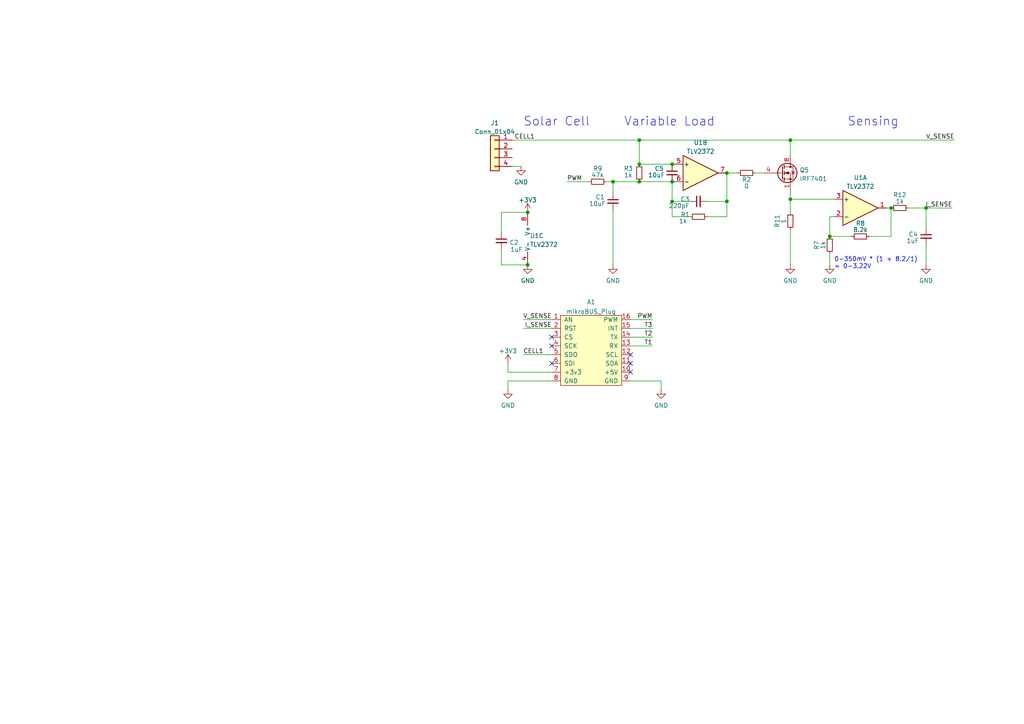
<source format=kicad_sch>
(kicad_sch (version 20211123) (generator eeschema)
  (paper "A4")
  (title_block (title "Seaque Solar Test") (date "2022-02-12"))
  (lib_symbols
    (symbol "Amplifier_Operational:TLV2372" (pin_names (offset 0.127))
      (property "Reference" "U" (at 0 5.08 0))
      (property "Value" "TLV2372" (at 0 -5.08 0))
      (symbol "TLV2372_1_1"
        (polyline (pts (xy -5.08 5.08) (xy 5.08 0) (xy -5.08 -5.08) (xy -5.08 5.08)) (stroke (width 0.254)) (fill (type background)))
        (pin output line (at 7.62 0 180) (length 2.54) (name "~") (number "1"))
        (pin input line (at -7.62 -2.54 0) (length 2.54) (name "-") (number "2"))
        (pin input line (at -7.62 2.54 0) (length 2.54) (name "+") (number "3"))
      )
      (symbol "TLV2372_2_1"
        (polyline (pts (xy -5.08 5.08) (xy 5.08 0) (xy -5.08 -5.08) (xy -5.08 5.08)) (stroke (width 0.254)) (fill (type background)))
        (pin input line (at -7.62 2.54 0) (length 2.54) (name "+") (number "5"))
        (pin input line (at -7.62 -2.54 0) (length 2.54) (name "-") (number "6"))
        (pin output line (at 7.62 0 180) (length 2.54) (name "~") (number "7"))
      )
      (symbol "TLV2372_3_1"
        (pin power_in line (at -2.54 -7.62 90) (length 3.81) (name "V-") (number "4"))
        (pin power_in line (at -2.54 7.62 270) (length 3.81) (name "V+") (number "8"))
      )
    )
    (symbol "Connector_Generic:Conn_01x04" (pin_names (offset 1.016) hide)
      (property "Reference" "J" (at 0 5.08 0))
      (property "Value" "Conn_01x04" (at 0 -7.62 0))
      (symbol "Conn_01x04_1_1"
        (rectangle (start -1.27 -4.953) (end 0 -5.207) (stroke (width 0.1524)))
        (rectangle (start -1.27 -2.413) (end 0 -2.667) (stroke (width 0.1524)))
        (rectangle (start -1.27 0.127) (end 0 -0.127) (stroke (width 0.1524)))
        (rectangle (start -1.27 2.667) (end 0 2.413) (stroke (width 0.1524)))
        (rectangle (start -1.27 3.81) (end 1.27 -6.35) (stroke (width 0.254)) (fill (type background)))
        (pin passive line (at -5.08 2.54 0) (length 3.81) (name "Pin_1") (number "1"))
        (pin passive line (at -5.08 0 0) (length 3.81) (name "Pin_2") (number "2"))
        (pin passive line (at -5.08 -2.54 0) (length 3.81) (name "Pin_3") (number "3"))
        (pin passive line (at -5.08 -5.08 0) (length 3.81) (name "Pin_4") (number "4"))
      )
    )
    (symbol "Device:C_Small" (pin_numbers hide) (pin_names (offset 0.254) hide)
      (property "Reference" "C" (at 0.254 1.778 0))
      (property "Value" "C_Small" (at 0.254 -2.032 0))
      (symbol "C_Small_0_1"
        (polyline (pts (xy -1.524 -0.508) (xy 1.524 -0.508)) (stroke (width 0.3302)))
        (polyline (pts (xy -1.524 0.508) (xy 1.524 0.508)) (stroke (width 0.3048)))
      )
      (symbol "C_Small_1_1"
        (pin passive line (at 0 2.54 270) (length 2.032) (name "~") (number "1"))
        (pin passive line (at 0 -2.54 90) (length 2.032) (name "~") (number "2"))
      )
    )
    (symbol "Device:R_Small" (pin_numbers hide) (pin_names (offset 0.254) hide)
      (property "Reference" "R" (at 0.762 0.508 0))
      (property "Value" "R_Small" (at 0.762 -1.016 0))
      (symbol "R_Small_0_1"
        (rectangle (start -0.762 1.778) (end 0.762 -1.778) (stroke (width 0.2032)))
      )
      (symbol "R_Small_1_1"
        (pin passive line (at 0 2.54 270) (length 0.762) (name "~") (number "1"))
        (pin passive line (at 0 -2.54 90) (length 0.762) (name "~") (number "2"))
      )
    )
    (symbol "Transistor_FET:IRF7403" (pin_names hide)
      (property "Reference" "Q" (at 5.08 2.54 0))
      (property "Value" "IRF7403" (at 5.08 0 0))
      (symbol "IRF7403_0_1"
        (polyline (pts (xy 0.254 0) (xy -2.54 0)))
        (polyline (pts (xy 0.254 1.905) (xy 0.254 -1.905)) (stroke (width 0.254)))
        (polyline (pts (xy 0.762 -1.27) (xy 0.762 -2.286)) (stroke (width 0.254)))
        (polyline (pts (xy 0.762 0.508) (xy 0.762 -0.508)) (stroke (width 0.254)))
        (polyline (pts (xy 0.762 2.286) (xy 0.762 1.27)) (stroke (width 0.254)))
        (polyline (pts (xy 2.54 2.54) (xy 2.54 1.778)))
        (polyline (pts (xy 2.54 -2.54) (xy 2.54 0) (xy 0.762 0)))
        (polyline (pts (xy 0.762 -1.778) (xy 3.302 -1.778) (xy 3.302 1.778) (xy 0.762 1.778)))
        (polyline (pts (xy 1.016 0) (xy 2.032 0.381) (xy 2.032 -0.381) (xy 1.016 0)) (fill (type outline)))
        (polyline (pts (xy 2.794 0.508) (xy 2.921 0.381) (xy 3.683 0.381) (xy 3.81 0.254)))
        (polyline (pts (xy 3.302 0.381) (xy 2.921 -0.254) (xy 3.683 -0.254) (xy 3.302 0.381)))
        (circle (center 1.651 0) (radius 2.794) (stroke (width 0.254)))
        (circle (center 2.54 -1.778) (radius 0.254) (fill (type outline)))
        (circle (center 2.54 1.778) (radius 0.254) (fill (type outline)))
      )
      (symbol "IRF7403_1_1"
        (pin passive line (at 2.54 -5.08 90) (length 2.54) (name "S") (number "1"))
        (pin passive line (at 2.54 -5.08 90) (length 2.54) hide (name "S") (number "2"))
        (pin passive line (at 2.54 -5.08 90) (length 2.54) hide (name "S") (number "3"))
        (pin input line (at -5.08 0 0) (length 2.54) (name "G") (number "4"))
        (pin passive line (at 2.54 5.08 270) (length 2.54) hide (name "D") (number "5"))
        (pin passive line (at 2.54 5.08 270) (length 2.54) hide (name "D") (number "6"))
        (pin passive line (at 2.54 5.08 270) (length 2.54) hide (name "D") (number "7"))
        (pin passive line (at 2.54 5.08 270) (length 2.54) (name "D") (number "8"))
      )
    )
    (symbol "libmikro:mikroBUS_Plug" (pin_names (offset 1.016))
      (property "Reference" "A" (at 0 11.43 0))
      (property "Value" "mikroBUS_Plug" (at 0 -11.43 0))
      (symbol "mikroBUS_Plug_0_1"
        (rectangle (start -8.89 10.16) (end 8.89 -10.16) (fill (type background)))
      )
      (symbol "mikroBUS_Plug_1_1"
        (pin bidirectional line (at -11.43 8.89 0) (length 2.54) (name "AN") (number "1"))
        (pin bidirectional line (at 11.43 -6.35 180) (length 2.54) (name "+5V") (number "10"))
        (pin bidirectional line (at 11.43 -3.81 180) (length 2.54) (name "SDA") (number "11"))
        (pin bidirectional line (at 11.43 -1.27 180) (length 2.54) (name "SCL") (number "12"))
        (pin bidirectional line (at 11.43 1.27 180) (length 2.54) (name "RX") (number "13"))
        (pin bidirectional line (at 11.43 3.81 180) (length 2.54) (name "TX") (number "14"))
        (pin bidirectional line (at 11.43 6.35 180) (length 2.54) (name "INT") (number "15"))
        (pin bidirectional line (at 11.43 8.89 180) (length 2.54) (name "PWM") (number "16"))
        (pin bidirectional line (at -11.43 6.35 0) (length 2.54) (name "RST") (number "2"))
        (pin bidirectional line (at -11.43 3.81 0) (length 2.54) (name "CS") (number "3"))
        (pin bidirectional line (at -11.43 1.27 0) (length 2.54) (name "SCK") (number "4"))
        (pin bidirectional line (at -11.43 -1.27 0) (length 2.54) (name "SDO") (number "5"))
        (pin bidirectional line (at -11.43 -3.81 0) (length 2.54) (name "SDI") (number "6"))
        (pin bidirectional line (at -11.43 -6.35 0) (length 2.54) (name "+3v3") (number "7"))
        (pin bidirectional line (at -11.43 -8.89 0) (length 2.54) (name "GND") (number "8"))
        (pin bidirectional line (at 11.43 -8.89 180) (length 2.54) (name "GND") (number "9"))
      )
    )
    (symbol "power:+3.3V" (power) (pin_names (offset 0))
      (property "Value" "+3.3V" (at 0 3.556 0))
      (symbol "+3.3V_0_1"
        (polyline (pts (xy -0.762 1.27) (xy 0 2.54)))
        (polyline (pts (xy 0 0) (xy 0 2.54)))
        (polyline (pts (xy 0 2.54) (xy 0.762 1.27)))
      )
      (symbol "+3.3V_1_1"
        (pin power_in line (at 0 0 90) (length 0) hide (name "+3V3") (number "1"))
      )
    )
    (symbol "power:GND" (power) (pin_names (offset 0))
      (property "Value" "GND" (at 0 -3.81 0))
      (symbol "GND_0_1"
        (polyline (pts (xy 0 0) (xy 0 -1.27) (xy 1.27 -1.27) (xy 0 -2.54) (xy -1.27 -1.27) (xy 0 -1.27)))
      )
      (symbol "GND_1_1"
        (pin power_in line (at 0 0 270) (length 0) hide (name "GND") (number "1"))
      )
    )
  )
  (junction (at 194.945 52.705))
  (junction (at 229.235 40.64))
  (junction (at 185.42 40.64))
  (junction (at 185.42 52.705))
  (junction (at 153.035 61.595))
  (junction (at 210.82 50.165))
  (junction (at 185.42 47.625))
  (junction (at 194.945 58.42))
  (junction (at 194.945 47.625))
  (junction (at 229.235 57.785))
  (junction (at 210.82 58.42))
  (junction (at 153.035 76.835))
  (junction (at 177.8 52.705))
  (junction (at 268.605 60.325))
  (junction (at 258.445 60.325))
  (junction (at 240.665 68.58))
  (no_connect (at 182.88 107.95))
  (no_connect (at 160.02 100.33))
  (no_connect (at 182.88 105.41))
  (no_connect (at 160.02 105.41))
  (no_connect (at 182.88 102.87))
  (no_connect (at 160.02 97.79))
  (wire (pts (xy 258.445 68.58) (xy 258.445 60.325)))
  (wire (pts (xy 177.8 60.96) (xy 177.8 76.835)))
  (wire (pts (xy 151.765 95.25) (xy 160.02 95.25)))
  (wire (pts (xy 229.235 57.785) (xy 229.235 61.595)))
  (wire (pts (xy 257.175 60.325) (xy 258.445 60.325)))
  (wire (pts (xy 240.665 68.58) (xy 247.015 68.58)))
  (wire (pts (xy 229.235 55.245) (xy 229.235 57.785)))
  (wire (pts (xy 194.945 62.865) (xy 194.945 58.42)))
  (wire (pts (xy 210.82 50.165) (xy 213.995 50.165)))
  (wire (pts (xy 205.105 58.42) (xy 210.82 58.42)))
  (wire (pts (xy 177.8 52.705) (xy 177.8 55.88)))
  (wire (pts (xy 205.105 62.865) (xy 210.82 62.865)))
  (wire (pts (xy 200.025 62.865) (xy 194.945 62.865)))
  (wire (pts (xy 219.075 50.165) (xy 221.615 50.165)))
  (wire (pts (xy 147.32 105.41) (xy 147.32 107.95)))
  (wire (pts (xy 263.525 60.325) (xy 268.605 60.325)))
  (wire (pts (xy 210.82 58.42) (xy 210.82 50.165)))
  (wire (pts (xy 229.235 66.675) (xy 229.235 76.835)))
  (wire (pts (xy 191.77 110.49) (xy 191.77 113.03)))
  (wire (pts (xy 194.945 58.42) (xy 194.945 52.705)))
  (wire (pts (xy 148.59 40.64) (xy 185.42 40.64)))
  (wire (pts (xy 145.415 76.835) (xy 145.415 72.39)))
  (wire (pts (xy 200.025 58.42) (xy 194.945 58.42)))
  (wire (pts (xy 151.765 102.87) (xy 160.02 102.87)))
  (wire (pts (xy 185.42 40.64) (xy 229.235 40.64)))
  (wire (pts (xy 182.88 110.49) (xy 191.77 110.49)))
  (wire (pts (xy 229.235 40.64) (xy 229.235 45.085)))
  (wire (pts (xy 229.235 40.64) (xy 276.86 40.64)))
  (wire (pts (xy 240.665 62.865) (xy 241.935 62.865)))
  (wire (pts (xy 252.095 68.58) (xy 258.445 68.58)))
  (wire (pts (xy 268.605 60.325) (xy 276.225 60.325)))
  (wire (pts (xy 241.935 57.785) (xy 229.235 57.785)))
  (wire (pts (xy 175.895 52.705) (xy 177.8 52.705)))
  (wire (pts (xy 164.465 52.705) (xy 170.815 52.705)))
  (wire (pts (xy 153.035 76.835) (xy 145.415 76.835)))
  (wire (pts (xy 240.665 73.66) (xy 240.665 76.835)))
  (wire (pts (xy 195.58 47.625) (xy 194.945 47.625)))
  (wire (pts (xy 145.415 67.31) (xy 145.415 61.595)))
  (wire (pts (xy 148.59 48.26) (xy 151.13 48.26)))
  (wire (pts (xy 194.945 52.705) (xy 195.58 52.705)))
  (wire (pts (xy 151.765 92.71) (xy 160.02 92.71)))
  (wire (pts (xy 185.42 47.625) (xy 194.945 47.625)))
  (wire (pts (xy 185.42 52.705) (xy 194.945 52.705)))
  (wire (pts (xy 182.88 92.71) (xy 189.23 92.71)))
  (wire (pts (xy 210.82 62.865) (xy 210.82 58.42)))
  (wire (pts (xy 147.32 113.03) (xy 147.32 110.49)))
  (wire (pts (xy 240.665 68.58) (xy 240.665 62.865)))
  (wire (pts (xy 177.8 52.705) (xy 185.42 52.705)))
  (wire (pts (xy 147.32 110.49) (xy 160.02 110.49)))
  (wire (pts (xy 185.42 40.64) (xy 185.42 47.625)))
  (wire (pts (xy 268.605 60.325) (xy 268.605 66.04)))
  (wire (pts (xy 268.605 71.12) (xy 268.605 76.835)))
  (wire (pts (xy 145.415 61.595) (xy 153.035 61.595)))
  (wire (pts (xy 182.88 100.33) (xy 189.23 100.33)))
  (wire (pts (xy 182.88 97.79) (xy 189.23 97.79)))
  (wire (pts (xy 147.32 107.95) (xy 160.02 107.95)))
  (wire (pts (xy 182.88 95.25) (xy 189.23 95.25)))
  (text "0-350mV * (1 + 8.2/1)\n= 0-3.22V" (at 241.935 78.105 0) (effects (font (size 1.27 1.27)) (justify left bottom)))
  (text "Solar Cell" (at 151.765 36.83 0) (effects (font (size 2.54 2.54)) (justify left bottom)))
  (text "Variable Load" (at 180.975 36.83 0) (effects (font (size 2.54 2.54)) (justify left bottom)))
  (text "Sensing" (at 245.745 36.83 0) (effects (font (size 2.54 2.54)) (justify left bottom)))
  (label "CELL1" (at 149.225 40.64 0))
  (label "T2" (at 189.23 97.79 180))
  (label "I_SENSE" (at 160.02 95.25 180))
  (label "V_SENSE" (at 276.86 40.64 180))
  (label "PWM" (at 189.23 92.71 180))
  (label "I_SENSE" (at 276.225 60.325 180))
  (label "T1" (at 189.23 100.33 180))
  (label "V_SENSE" (at 160.02 92.71 180))
  (label "CELL1" (at 151.765 102.87 0))
  (label "PWM" (at 164.465 52.705 0))
  (label "T3" (at 189.23 95.25 180))
  (symbol (lib_id "power:GND") (at 229.235 76.835 0) (unit 1)
    (property "Reference" "#PWR0109" (effects hide))
    (property "Value" "GND" (at 229.235 81.3975 0))
  )
  (symbol (lib_id "Device:R_Small") (at 173.355 52.705 90) (unit 1)
    (property "Reference" "R9" (at 173.355 48.895 90))
    (property "Value" "47k" (at 173.355 50.777 90))
    (property "Footprint" "Capacitor_SMD:C_0603_1608Metric_Pad1.08x0.95mm_HandSolder" (effects hide))
  )
  (symbol (lib_id "power:+3.3V") (at 147.32 105.41 0) (unit 1)
    (property "Reference" "#PWR0102" (effects hide))
    (property "Value" "+3.3V" (at 147.32 101.8055 0))
  )
  (symbol (lib_id "power:GND") (at 240.665 76.835 0) (unit 1)
    (property "Reference" "#PWR0108" (effects hide))
    (property "Value" "GND" (at 240.665 81.3975 0))
  )
  (symbol (lib_id "Transistor_FET:IRF7403") (at 226.695 50.165 0) (unit 1)
    (property "Reference" "Q5" (at 231.902 49.3303 0) (effects (justify left)))
    (property "Value" "IRF7401" (at 231.902 51.8672 0) (effects (justify left)))
    (property "Footprint" "Package_SO:SOIC-8_3.9x4.9mm_P1.27mm" (effects hide))
    (property "Datasheet" "https://www.infineon.com/dgdl/irf7403pbf.pdf?fileId=5546d462533600a4015355fa23541b9c" (effects hide))
    (property "DK-P/N" "IRF7401PBFCT-ND" (effects hide))
    (property "DK-Link" "https://www.digikey.com/en/products/detail/infineon-technologies/IRF7401TRPBF/811475" (effects hide))
  )
  (symbol (lib_id "Device:C_Small") (at 145.415 69.85 0) (unit 1)
    (property "Reference" "C2" (at 147.7391 70.3353 0) (effects (justify left)))
    (property "Value" "1uF" (at 147.955 72.39 0) (effects (justify left)))
    (property "Footprint" "Capacitor_SMD:C_0603_1608Metric_Pad1.08x0.95mm_HandSolder" (effects hide))
  )
  (symbol (lib_id "Device:C_Small") (at 177.8 58.42 0) (unit 1)
    (property "Reference" "C1" (at 172.72 57.15 0) (effects (justify left)))
    (property "Value" "10uF" (at 170.815 59.055 0) (effects (justify left)))
    (property "Footprint" "Capacitor_SMD:C_0603_1608Metric_Pad1.08x0.95mm_HandSolder" (effects hide))
  )
  (symbol (lib_id "power:+3.3V") (at 153.035 61.595 0) (unit 1)
    (property "Reference" "#PWR0105" (effects hide))
    (property "Value" "+3.3V" (at 153.035 58.0192 0))
  )
  (symbol (lib_id "power:GND") (at 147.32 113.03 0) (unit 1)
    (property "Reference" "#PWR0103" (effects hide))
    (property "Value" "GND" (at 147.32 117.5925 0))
  )
  (symbol (lib_id "libmikro:mikroBUS_Plug") (at 171.45 101.6 0) (unit 1)
    (property "Reference" "A1" (at 171.45 87.6005 0))
    (property "Value" "mikroBUS_Plug" (at 171.45 90.3756 0))
    (property "Footprint" "libmikro:mikroBUS_Plug" (effects hide))
  )
  (symbol (lib_id "Amplifier_Operational:TLV2372") (at 249.555 60.325 0) (unit 1)
    (property "Reference" "U1" (at 249.555 51.5452 0))
    (property "Value" "TLV2372" (at 249.555 54.0821 0))
    (property "Footprint" "Package_SO:SOIC-8_3.9x4.9mm_P1.27mm" (effects hide))
    (property "Datasheet" "http://www.ti.com/lit/ds/symlink/tlv2375.pdf" (effects hide))
  )
  (symbol (lib_id "Amplifier_Operational:TLV2372") (at 203.2 50.165 0) (unit 2)
    (property "Reference" "U1" (at 203.2 41.3852 0))
    (property "Value" "TLV2372" (at 203.2 43.9221 0))
    (property "Footprint" "Package_SO:SOIC-8_3.9x4.9mm_P1.27mm" (effects hide))
    (property "Datasheet" "http://www.ti.com/lit/ds/symlink/tlv2375.pdf" (effects hide))
  )
  (symbol (lib_id "Device:R_Small") (at 249.555 68.58 90) (unit 1)
    (property "Reference" "R8" (at 249.555 64.77 90))
    (property "Value" "8.2k" (at 249.555 66.652 90))
    (property "Footprint" "Capacitor_SMD:C_0603_1608Metric_Pad1.08x0.95mm_HandSolder" (effects hide))
  )
  (symbol (lib_id "Device:C_Small") (at 202.565 58.42 90) (unit 1)
    (property "Reference" "C3" (at 200.025 57.785 90) (effects (justify left)))
    (property "Value" "220pF" (at 200.025 59.69 90) (effects (justify left)))
    (property "Footprint" "Capacitor_SMD:C_0603_1608Metric_Pad1.08x0.95mm_HandSolder" (effects hide))
  )
  (symbol (lib_id "Device:R_Small") (at 185.42 50.165 0) (unit 1)
    (property "Reference" "R3" (at 182.245 48.895 0))
    (property "Value" "1k" (at 182.245 50.8 0))
    (property "Footprint" "Capacitor_SMD:C_0603_1608Metric_Pad1.08x0.95mm_HandSolder" (effects hide))
  )
  (symbol (lib_id "power:GND") (at 153.035 76.835 0) (unit 1)
    (property "Reference" "#PWR0107" (effects hide))
    (property "Value" "GND" (at 153.035 81.3975 0))
  )
  (symbol (lib_id "Connector_Generic:Conn_01x04") (at 143.51 43.18 0) (mirror y) (unit 1)
    (property "Reference" "J1" (at 143.51 35.6702 0))
    (property "Value" "Conn_01x04" (at 143.51 38.2071 0))
    (property "Footprint" "Connector_Molex:Molex_Pico-Lock_504050-0491_1x04-1MP_P1.50mm_Horizontal" (effects hide))
  )
  (symbol (lib_id "Device:R_Small") (at 260.985 60.325 90) (unit 1)
    (property "Reference" "R12" (at 260.985 56.515 90))
    (property "Value" "1k" (at 260.985 58.397 90))
    (property "Footprint" "Capacitor_SMD:C_0603_1608Metric_Pad1.08x0.95mm_HandSolder" (effects hide))
  )
  (symbol (lib_id "Device:R_Small") (at 216.535 50.165 270) (unit 1)
    (property "Reference" "R2" (at 216.535 52.07 90))
    (property "Value" "0" (at 216.535 53.975 90))
    (property "Footprint" "Capacitor_SMD:C_0603_1608Metric_Pad1.08x0.95mm_HandSolder" (effects hide))
  )
  (symbol (lib_id "power:GND") (at 191.77 113.03 0) (unit 1)
    (property "Reference" "#PWR0101" (effects hide))
    (property "Value" "GND" (at 191.77 117.5925 0))
  )
  (symbol (lib_id "power:GND") (at 268.605 76.835 0) (unit 1)
    (property "Reference" "#PWR0111" (effects hide))
    (property "Value" "GND" (at 268.605 81.3975 0))
  )
  (symbol (lib_id "power:GND") (at 151.13 48.26 0) (unit 1)
    (property "Reference" "#PWR0104" (effects hide))
    (property "Value" "GND" (at 151.13 52.8225 0))
  )
  (symbol (lib_id "Device:C_Small") (at 194.945 50.165 0) (unit 1)
    (property "Reference" "C5" (at 189.865 48.895 0) (effects (justify left)))
    (property "Value" "10uF" (at 187.96 50.8 0) (effects (justify left)))
    (property "Footprint" "Capacitor_SMD:C_0603_1608Metric_Pad1.08x0.95mm_HandSolder" (effects hide))
  )
  (symbol (lib_id "Device:C_Small") (at 268.605 68.58 0) (unit 1)
    (property "Reference" "C4" (at 263.525 67.945 0) (effects (justify left)))
    (property "Value" "1uF" (at 262.89 69.85 0) (effects (justify left)))
    (property "Footprint" "Capacitor_SMD:C_0603_1608Metric_Pad1.08x0.95mm_HandSolder" (effects hide))
  )
  (symbol (lib_id "power:GND") (at 177.8 76.835 0) (unit 1)
    (property "Reference" "#PWR0106" (effects hide))
    (property "Value" "GND" (at 177.8 81.3975 0))
  )
  (symbol (lib_id "Device:R_Small") (at 240.665 71.12 180) (unit 1)
    (property "Reference" "R7" (at 236.855 71.12 90))
    (property "Value" "1k" (at 238.737 71.12 90))
    (property "Footprint" "Capacitor_SMD:C_0603_1608Metric_Pad1.08x0.95mm_HandSolder" (effects hide))
  )
  (symbol (lib_id "Amplifier_Operational:TLV2372") (at 155.575 69.215 0) (unit 3)
    (property "Reference" "U1" (at 153.67 68.3803 0) (effects (justify left)))
    (property "Value" "TLV2372" (at 153.67 70.9172 0) (effects (justify left)))
    (property "Footprint" "Package_SO:SOIC-8_3.9x4.9mm_P1.27mm" (effects hide))
    (property "Datasheet" "http://www.ti.com/lit/ds/symlink/tlv2375.pdf" (effects hide))
  )
  (symbol (lib_id "Device:R_Small") (at 229.235 64.135 180) (unit 1)
    (property "Reference" "R11" (at 225.425 64.135 90))
    (property "Value" "1" (at 227.307 64.135 90))
    (property "Footprint" "Capacitor_SMD:C_0603_1608Metric_Pad1.08x0.95mm_HandSolder" (effects hide))
  )
  (symbol (lib_id "Device:R_Small") (at 202.565 62.865 270) (unit 1)
    (property "Reference" "R1" (at 198.755 62.23 90))
    (property "Value" "1k" (at 198.12 64.135 90))
    (property "Footprint" "Capacitor_SMD:C_0603_1608Metric_Pad1.08x0.95mm_HandSolder" (effects hide))
  )
)
</source>
